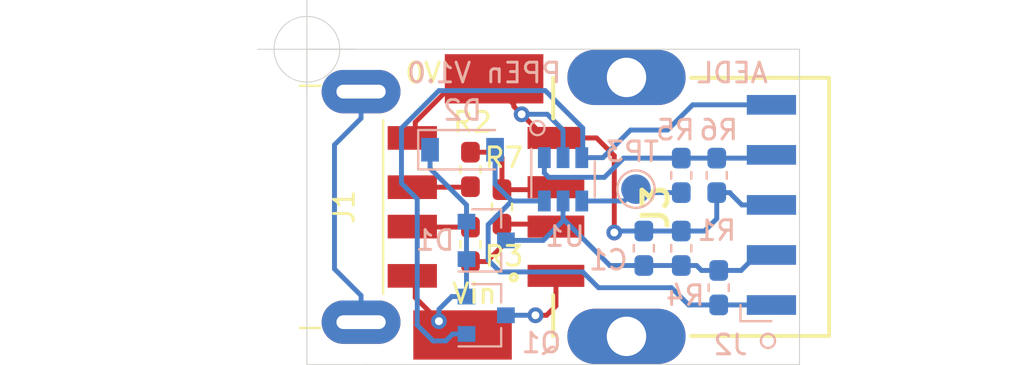
<source format=kicad_pcb>
(kicad_pcb (version 20171130) (host pcbnew "(5.1.2)-2")

  (general
    (thickness 1.6)
    (drawings 11)
    (tracks 129)
    (zones 0)
    (modules 18)
    (nets 14)
  )

  (page A4)
  (layers
    (0 F.Cu signal)
    (31 B.Cu signal)
    (32 B.Adhes user hide)
    (33 F.Adhes user hide)
    (34 B.Paste user)
    (35 F.Paste user)
    (36 B.SilkS user)
    (37 F.SilkS user)
    (38 B.Mask user)
    (39 F.Mask user)
    (40 Dwgs.User user hide)
    (41 Cmts.User user hide)
    (42 Eco1.User user)
    (43 Eco2.User user)
    (44 Edge.Cuts user)
    (45 Margin user)
    (46 B.CrtYd user)
    (47 F.CrtYd user)
    (48 B.Fab user)
    (49 F.Fab user)
  )

  (setup
    (last_trace_width 0.25)
    (trace_clearance 0.2)
    (zone_clearance 0.508)
    (zone_45_only no)
    (trace_min 0.2)
    (via_size 0.8)
    (via_drill 0.4)
    (via_min_size 0.4)
    (via_min_drill 0.3)
    (uvia_size 0.3)
    (uvia_drill 0.1)
    (uvias_allowed no)
    (uvia_min_size 0.2)
    (uvia_min_drill 0.1)
    (edge_width 0.05)
    (segment_width 0.2)
    (pcb_text_width 0.3)
    (pcb_text_size 1.5 1.5)
    (mod_edge_width 0.12)
    (mod_text_size 1 1)
    (mod_text_width 0.15)
    (pad_size 1.8 5)
    (pad_drill 0)
    (pad_to_mask_clearance 0.051)
    (solder_mask_min_width 0.25)
    (aux_axis_origin 50 30)
    (grid_origin 50 30)
    (visible_elements 7FFDFE7F)
    (pcbplotparams
      (layerselection 0x010f0_ffffffff)
      (usegerberextensions false)
      (usegerberattributes false)
      (usegerberadvancedattributes false)
      (creategerberjobfile false)
      (excludeedgelayer false)
      (linewidth 0.100000)
      (plotframeref false)
      (viasonmask false)
      (mode 1)
      (useauxorigin false)
      (hpglpennumber 1)
      (hpglpenspeed 20)
      (hpglpendiameter 15.000000)
      (psnegative false)
      (psa4output false)
      (plotreference true)
      (plotvalue true)
      (plotinvisibletext false)
      (padsonsilk false)
      (subtractmaskfromsilk false)
      (outputformat 1)
      (mirror false)
      (drillshape 0)
      (scaleselection 1)
      (outputdirectory "gerbers/"))
  )

  (net 0 "")
  (net 1 /VCC)
  (net 2 GND)
  (net 3 /MCLR)
  (net 4 "Net-(J1-Pad2)")
  (net 5 "Net-(J1-Pad3)")
  (net 6 "Net-(J1-Pad5)")
  (net 7 /AN0)
  (net 8 /ICSPCLK)
  (net 9 "Net-(J3-Pad2)")
  (net 10 "Net-(J3-Pad3)")
  (net 11 /DEBUG)
  (net 12 /Vin)
  (net 13 /Vout)

  (net_class Default "This is the default net class."
    (clearance 0.2)
    (trace_width 0.25)
    (via_dia 0.8)
    (via_drill 0.4)
    (uvia_dia 0.3)
    (uvia_drill 0.1)
    (add_net /AN0)
    (add_net /DEBUG)
    (add_net /ICSPCLK)
    (add_net /MCLR)
    (add_net /VCC)
    (add_net /Vin)
    (add_net /Vout)
    (add_net GND)
    (add_net "Net-(J1-Pad2)")
    (add_net "Net-(J1-Pad3)")
    (add_net "Net-(J1-Pad5)")
    (add_net "Net-(J3-Pad2)")
    (add_net "Net-(J3-Pad3)")
  )

  (module KiCad:2410_06 locked (layer F.Cu) (tedit 5D64D0E3) (tstamp 5D406C2E)
    (at 76.5 38 90)
    (descr "2410 06")
    (tags Connector)
    (path /5D39450B)
    (fp_text reference J3 (at 0 -8.8 90) (layer F.SilkS)
      (effects (font (size 1.27 1.27) (thickness 0.254)))
    )
    (fp_text value 2410_06 (at -0.571 -10.544 90) (layer F.SilkS) hide
      (effects (font (size 1.27 1.27) (thickness 0.254)))
    )
    (fp_circle (center -3.582 -16) (end -3.582 -15.939) (layer F.SilkS) (width 0.2))
    (fp_line (start 6.55 -14) (end 4.487 -14) (layer F.SilkS) (width 0.2))
    (fp_line (start -6.55 -14) (end -4.487 -14) (layer F.SilkS) (width 0.2))
    (fp_line (start 6.55 0) (end 6.55 -7) (layer F.SilkS) (width 0.2))
    (fp_line (start -6.55 0) (end 6.55 0) (layer F.SilkS) (width 0.2))
    (fp_line (start -6.55 -7) (end -6.55 0) (layer F.SilkS) (width 0.2))
    (fp_line (start -6.55 0) (end -6.55 -14) (layer F.Fab) (width 0.2))
    (fp_line (start 6.55 0) (end -6.55 0) (layer F.Fab) (width 0.2))
    (fp_line (start 6.55 -14) (end 6.55 0) (layer F.Fab) (width 0.2))
    (fp_line (start -6.55 -14) (end 6.55 -14) (layer F.Fab) (width 0.2))
    (fp_text user %R (at -0.4 -2.8 90) (layer F.Fab) hide
      (effects (font (size 1.27 1.27) (thickness 0.254)))
    )
    (pad 6 thru_hole oval (at -6.57 -10.28 90) (size 2.8 6) (drill 2) (layers *.Cu *.Mask))
    (pad 5 thru_hole oval (at 6.57 -10.28 90) (size 2.8 6) (drill 2) (layers *.Cu *.Mask))
    (pad 4 smd rect (at 3.5 -13.86 90) (size 1.12 2.88) (layers F.Cu F.Paste F.Mask)
      (net 2 GND))
    (pad 3 smd rect (at 1 -13.86 90) (size 1.12 2.88) (layers F.Cu F.Paste F.Mask)
      (net 10 "Net-(J3-Pad3)"))
    (pad 2 smd rect (at -1 -13.86 90) (size 1.12 2.88) (layers F.Cu F.Paste F.Mask)
      (net 9 "Net-(J3-Pad2)"))
    (pad 1 smd rect (at -3.5 -13.86 90) (size 1.12 2.88) (layers F.Cu F.Paste F.Mask)
      (net 13 /Vout))
  )

  (module KiCad:USB_A_Molex_48037_2200 locked (layer F.Cu) (tedit 5D64CDBB) (tstamp 5D40784E)
    (at 45.85 38 180)
    (descr http://cnctech.us/pdfs/1001-011-01101.pdf)
    (tags USB-A)
    (path /5D407111)
    (attr smd)
    (fp_text reference J1 (at -6.05 0 90) (layer F.SilkS)
      (effects (font (size 1 1) (thickness 0.15)))
    )
    (fp_text value USB_A (at 0 8 180) (layer F.Fab)
      (effects (font (size 1 1) (thickness 0.15)))
    )
    (fp_line (start -11.4 4.55) (end -9.15 4.55) (layer F.CrtYd) (width 0.05))
    (fp_line (start -9.15 4.55) (end -9.15 7.15) (layer F.CrtYd) (width 0.05))
    (fp_line (start -9.15 7.15) (end -4.65 7.15) (layer F.CrtYd) (width 0.05))
    (fp_line (start -4.65 7.15) (end -4.65 6.52) (layer F.CrtYd) (width 0.05))
    (fp_line (start -4.65 6.52) (end 11.4 6.52) (layer F.CrtYd) (width 0.05))
    (fp_text user %R (at -6.05 0 90) (layer F.Fab)
      (effects (font (size 1 1) (thickness 0.15)))
    )
    (fp_line (start 11.4 6.52) (end 11.4 -6.52) (layer F.CrtYd) (width 0.05))
    (fp_line (start -4.65 -6.52) (end 11.4 -6.52) (layer F.CrtYd) (width 0.05))
    (fp_line (start -4.65 -6.52) (end -4.65 -7.15) (layer F.CrtYd) (width 0.05))
    (fp_line (start -9.15 -7.15) (end -4.65 -7.15) (layer F.CrtYd) (width 0.05))
    (fp_line (start -9.15 -7.15) (end -9.15 -4.55) (layer F.CrtYd) (width 0.05))
    (fp_line (start -11.4 -4.55) (end -9.15 -4.55) (layer F.CrtYd) (width 0.05))
    (fp_line (start -11.4 4.55) (end -11.4 -4.55) (layer F.CrtYd) (width 0.05))
    (fp_line (start -4.85 6.145) (end -3.8 6.145) (layer F.SilkS) (width 0.12))
    (fp_line (start -4.85 -6.145) (end -3.8 -6.145) (layer F.SilkS) (width 0.12))
    (fp_text user "PCB Edge" (at -4.55 -0.05 90) (layer Dwgs.User)
      (effects (font (size 0.6 0.6) (thickness 0.09)))
    )
    (fp_line (start -3.8 6.025) (end -3.8 -6.025) (layer Dwgs.User) (width 0.1))
    (fp_line (start -8.02 -4.4) (end -8.02 4.4) (layer F.SilkS) (width 0.12))
    (fp_circle (center -6.9 2.3) (end -6.9 2.8) (layer F.Fab) (width 0.1))
    (fp_circle (center -6.9 -2.3) (end -6.9 -2.8) (layer F.Fab) (width 0.1))
    (fp_line (start -10.4 -3.25) (end -7.9 -3.25) (layer F.Fab) (width 0.1))
    (fp_line (start -10.4 -3.25) (end -10.4 -3.75) (layer F.Fab) (width 0.1))
    (fp_line (start -10.4 -3.75) (end -7.9 -3.75) (layer F.Fab) (width 0.1))
    (fp_line (start -10.4 -1.25) (end -7.9 -1.25) (layer F.Fab) (width 0.1))
    (fp_line (start -10.4 -0.75) (end -7.9 -0.75) (layer F.Fab) (width 0.1))
    (fp_line (start -10.4 -0.75) (end -10.4 -1.25) (layer F.Fab) (width 0.1))
    (fp_line (start -10.4 1.25) (end -7.9 1.25) (layer F.Fab) (width 0.1))
    (fp_line (start -10.4 1.25) (end -10.4 0.75) (layer F.Fab) (width 0.1))
    (fp_line (start -10.4 0.75) (end -7.9 0.75) (layer F.Fab) (width 0.1))
    (fp_line (start -10.4 3.75) (end -7.9 3.75) (layer F.Fab) (width 0.1))
    (fp_line (start -10.4 3.25) (end -7.9 3.25) (layer F.Fab) (width 0.1))
    (fp_line (start -10.4 3.75) (end -10.4 3.25) (layer F.Fab) (width 0.1))
    (fp_line (start 10.9 6.025) (end 10.9 -6.025) (layer F.Fab) (width 0.1))
    (fp_line (start -7.9 6.025) (end 10.9 6.025) (layer F.Fab) (width 0.1))
    (fp_line (start -7.9 -6.025) (end 10.9 -6.025) (layer F.Fab) (width 0.1))
    (fp_line (start -7.9 6.025) (end -7.9 -6.025) (layer F.Fab) (width 0.1))
    (pad "" np_thru_hole circle (at -6.9 2.25 180) (size 1.1 1.1) (drill 1.1) (layers *.Cu *.Mask))
    (pad "" np_thru_hole circle (at -6.9 -2.25 180) (size 1.1 1.1) (drill 1.1) (layers *.Cu *.Mask))
    (pad 5 thru_hole oval (at -6.9 5.85 180) (size 4 2.2) (drill oval 2.5 0.7) (layers *.Cu *.Mask)
      (net 6 "Net-(J1-Pad5)"))
    (pad 5 thru_hole oval (at -6.9 -5.85 180) (size 4 2.2) (drill oval 2.5 0.7) (layers *.Cu *.Mask)
      (net 6 "Net-(J1-Pad5)"))
    (pad 4 smd rect (at -9.5 3.5 180) (size 2.5 1.2) (layers F.Cu F.Paste F.Mask)
      (net 2 GND))
    (pad 1 smd rect (at -9.5 -3.5 180) (size 2.5 1.2) (layers F.Cu F.Paste F.Mask)
      (net 12 /Vin))
    (pad 3 smd rect (at -9.5 1 180) (size 2.5 1.2) (layers F.Cu F.Paste F.Mask)
      (net 5 "Net-(J1-Pad3)"))
    (pad 2 smd rect (at -9.5 -1 180) (size 2.5 1.2) (layers F.Cu F.Paste F.Mask)
      (net 4 "Net-(J1-Pad2)"))
    (model ${KISYS3DMOD}/Connector_USB.3dshapes/USB_A_CNCTech_1001-011-01101_Horizontal.wrl
      (at (xyz 0 0 0))
      (scale (xyz 1 1 1))
      (rotate (xyz 0 0 0))
    )
  )

  (module KiCad:SolderWirePad_1x01_SMD_1.5x5mm (layer F.Cu) (tedit 5D48ABA2) (tstamp 5D432AF0)
    (at 59.5 31.5 90)
    (descr "Wire Pad, Square, SMD Pad,  5mm x 10mm,")
    (tags "MesurementPoint Square SMDPad 5mmx10mm ")
    (path /5D4756FA)
    (attr virtual)
    (fp_text reference 0V (at 0.3 -3.6) (layer F.SilkS)
      (effects (font (size 1 1) (thickness 0.15)))
    )
    (fp_text value 0V_in (at 0 6.35 90) (layer F.Fab)
      (effects (font (size 1 1) (thickness 0.15)))
    )
    (fp_text user %R (at 0 -0.1 90) (layer F.Fab) hide
      (effects (font (size 1 1) (thickness 0.15)))
    )
    (pad 1 smd rect (at 0 0 90) (size 2.5 5) (layers F.Cu F.Paste F.Mask)
      (net 2 GND))
  )

  (module KiCad:SolderWirePad_1x01_SMD_1.5x5mm (layer F.Cu) (tedit 5D48A6F9) (tstamp 5D432EC0)
    (at 57.9 44.5 270)
    (descr "Wire Pad, Square, SMD Pad,  5mm x 10mm,")
    (tags "MesurementPoint Square SMDPad 5mmx10mm ")
    (path /5D427293)
    (attr virtual)
    (fp_text reference Vin (at -2.1 -0.6 180) (layer F.SilkS)
      (effects (font (size 1 1) (thickness 0.15)))
    )
    (fp_text value Vin (at 0 6.35 90) (layer F.Fab)
      (effects (font (size 1 1) (thickness 0.15)))
    )
    (fp_text user TP2 (at -0.4 4.1 90) (layer F.Fab) hide
      (effects (font (size 1 1) (thickness 0.15)))
    )
    (pad 1 smd rect (at 0 0 270) (size 2.5 5) (layers F.Cu F.Paste F.Mask)
      (net 12 /Vin))
  )

  (module Connector_Harwin:Harwin_M20-89005xx_1x05_P2.54mm_Horizontal locked (layer B.Cu) (tedit 5D405516) (tstamp 5D406C19)
    (at 79.1 37.9)
    (descr "Harwin Male Horizontal Surface Mount Single Row 2.54mm (0.1 inch) Pitch PCB Connector, M20-89005xx, 5 Pins per row (https://cdn.harwin.com/pdfs/M20-890.pdf), generated with kicad-footprint-generator")
    (tags "connector Harwin M20-890 horizontal")
    (path /5D407A3A)
    (attr smd)
    (fp_text reference J2 (at -7.6 7.1 180) (layer B.SilkS)
      (effects (font (size 1 1) (thickness 0.15)) (justify mirror))
    )
    (fp_text value "ICSP interface" (at -5.4 0 270) (layer B.Fab)
      (effects (font (size 1 1) (thickness 0.15)) (justify mirror))
    )
    (fp_line (start -6.425 5.4) (end -6.425 4.76) (layer B.Fab) (width 0.1))
    (fp_line (start -6.425 2.86) (end -6.425 2.22) (layer B.Fab) (width 0.1))
    (fp_line (start -6.425 0.32) (end -6.425 -0.32) (layer B.Fab) (width 0.1))
    (fp_line (start -6.425 -2.22) (end -6.425 -2.86) (layer B.Fab) (width 0.1))
    (fp_line (start -6.425 -4.76) (end -6.425 -5.4) (layer B.Fab) (width 0.1))
    (fp_line (start -7.095 5.08) (end -7.095 5.9) (layer B.SilkS) (width 0.12))
    (fp_line (start -7.095 5.9) (end -5.525 5.9) (layer B.SilkS) (width 0.12))
    (fp_line (start -7.28 6.85) (end 7.28 6.85) (layer B.CrtYd) (width 0.05))
    (fp_line (start 7.28 6.85) (end 7.28 -6.85) (layer B.CrtYd) (width 0.05))
    (fp_line (start 7.28 -6.85) (end -7.28 -6.85) (layer B.CrtYd) (width 0.05))
    (fp_line (start -7.28 -6.85) (end -7.28 6.85) (layer B.CrtYd) (width 0.05))
    (fp_text user %R (at -0.48 0 90) (layer B.Fab) hide
      (effects (font (size 1 1) (thickness 0.15)) (justify mirror))
    )
    (pad 1 smd rect (at -5.525 5.08) (size 2.5 1) (layers B.Cu B.Paste B.Mask)
      (net 3 /MCLR))
    (pad 2 smd rect (at -5.525 2.54) (size 2.5 1) (layers B.Cu B.Paste B.Mask)
      (net 1 /VCC))
    (pad 3 smd rect (at -5.525 0) (size 2.5 1) (layers B.Cu B.Paste B.Mask)
      (net 2 GND))
    (pad 4 smd rect (at -5.525 -2.54) (size 2.5 1) (layers B.Cu B.Paste B.Mask)
      (net 7 /AN0))
    (pad 5 smd rect (at -5.525 -5.08) (size 2.5 1) (layers B.Cu B.Paste B.Mask)
      (net 8 /ICSPCLK))
    (model ${KISYS3DMOD}/Connector_Harwin.3dshapes/Harwin_M20-89005xx_1x05_P2.54mm_Horizontal.wrl
      (at (xyz 0 0 0))
      (scale (xyz 1 1 1))
      (rotate (xyz 0 0 0))
    )
  )

  (module Capacitor_SMD:C_0603_1608Metric_Pad1.05x0.95mm_HandSolder (layer B.Cu) (tedit 5B301BBE) (tstamp 5D406B6A)
    (at 67.1 40.1 90)
    (descr "Capacitor SMD 0603 (1608 Metric), square (rectangular) end terminal, IPC_7351 nominal with elongated pad for handsoldering. (Body size source: http://www.tortai-tech.com/upload/download/2011102023233369053.pdf), generated with kicad-footprint-generator")
    (tags "capacitor handsolder")
    (path /5D235C63)
    (attr smd)
    (fp_text reference C1 (at -0.6 -1.8 180) (layer B.SilkS)
      (effects (font (size 1 1) (thickness 0.15)) (justify mirror))
    )
    (fp_text value "1uF 10V" (at 0 -1.43 90) (layer B.Fab)
      (effects (font (size 1 1) (thickness 0.15)) (justify mirror))
    )
    (fp_line (start -0.8 -0.4) (end -0.8 0.4) (layer B.Fab) (width 0.1))
    (fp_line (start -0.8 0.4) (end 0.8 0.4) (layer B.Fab) (width 0.1))
    (fp_line (start 0.8 0.4) (end 0.8 -0.4) (layer B.Fab) (width 0.1))
    (fp_line (start 0.8 -0.4) (end -0.8 -0.4) (layer B.Fab) (width 0.1))
    (fp_line (start -0.171267 0.51) (end 0.171267 0.51) (layer B.SilkS) (width 0.12))
    (fp_line (start -0.171267 -0.51) (end 0.171267 -0.51) (layer B.SilkS) (width 0.12))
    (fp_line (start -1.65 -0.73) (end -1.65 0.73) (layer B.CrtYd) (width 0.05))
    (fp_line (start -1.65 0.73) (end 1.65 0.73) (layer B.CrtYd) (width 0.05))
    (fp_line (start 1.65 0.73) (end 1.65 -0.73) (layer B.CrtYd) (width 0.05))
    (fp_line (start 1.65 -0.73) (end -1.65 -0.73) (layer B.CrtYd) (width 0.05))
    (fp_text user %R (at 0 0 90) (layer B.Fab)
      (effects (font (size 0.4 0.4) (thickness 0.06)) (justify mirror))
    )
    (pad 1 smd roundrect (at -0.875 0 90) (size 1.05 0.95) (layers B.Cu B.Paste B.Mask) (roundrect_rratio 0.25)
      (net 1 /VCC))
    (pad 2 smd roundrect (at 0.875 0 90) (size 1.05 0.95) (layers B.Cu B.Paste B.Mask) (roundrect_rratio 0.25)
      (net 2 GND))
    (model ${KISYS3DMOD}/Capacitor_SMD.3dshapes/C_0603_1608Metric.wrl
      (at (xyz 0 0 0))
      (scale (xyz 1 1 1))
      (rotate (xyz 0 0 0))
    )
  )

  (module Diode_SMD:D_SOD-123 placed (layer B.Cu) (tedit 58645DC7) (tstamp 5D406B98)
    (at 57.9 35.1)
    (descr SOD-123)
    (tags SOD-123)
    (path /5D3FCB03)
    (attr smd)
    (fp_text reference D2 (at 0 -2) (layer B.SilkS)
      (effects (font (size 1 1) (thickness 0.15)) (justify mirror))
    )
    (fp_text value 1N4148 (at 0 -2.1) (layer B.Fab)
      (effects (font (size 1 1) (thickness 0.15)) (justify mirror))
    )
    (fp_line (start -2.25 1) (end -2.25 -1) (layer B.SilkS) (width 0.12))
    (fp_line (start 0.25 0) (end 0.75 0) (layer B.Fab) (width 0.1))
    (fp_line (start 0.25 -0.4) (end -0.35 0) (layer B.Fab) (width 0.1))
    (fp_line (start 0.25 0.4) (end 0.25 -0.4) (layer B.Fab) (width 0.1))
    (fp_line (start -0.35 0) (end 0.25 0.4) (layer B.Fab) (width 0.1))
    (fp_line (start -0.35 0) (end -0.35 -0.55) (layer B.Fab) (width 0.1))
    (fp_line (start -0.35 0) (end -0.35 0.55) (layer B.Fab) (width 0.1))
    (fp_line (start -0.75 0) (end -0.35 0) (layer B.Fab) (width 0.1))
    (fp_line (start -1.4 -0.9) (end -1.4 0.9) (layer B.Fab) (width 0.1))
    (fp_line (start 1.4 -0.9) (end -1.4 -0.9) (layer B.Fab) (width 0.1))
    (fp_line (start 1.4 0.9) (end 1.4 -0.9) (layer B.Fab) (width 0.1))
    (fp_line (start -1.4 0.9) (end 1.4 0.9) (layer B.Fab) (width 0.1))
    (fp_line (start -2.35 1.15) (end 2.35 1.15) (layer B.CrtYd) (width 0.05))
    (fp_line (start 2.35 1.15) (end 2.35 -1.15) (layer B.CrtYd) (width 0.05))
    (fp_line (start 2.35 -1.15) (end -2.35 -1.15) (layer B.CrtYd) (width 0.05))
    (fp_line (start -2.35 1.15) (end -2.35 -1.15) (layer B.CrtYd) (width 0.05))
    (fp_line (start -2.25 -1) (end 1.65 -1) (layer B.SilkS) (width 0.12))
    (fp_line (start -2.25 1) (end 1.65 1) (layer B.SilkS) (width 0.12))
    (pad 1 smd rect (at -1.65 0) (size 0.9 1.2) (layers B.Cu B.Paste B.Mask)
      (net 12 /Vin))
    (pad 2 smd rect (at 1.65 0) (size 0.9 1.2) (layers B.Cu B.Paste B.Mask)
      (net 3 /MCLR))
    (model ${KISYS3DMOD}/Diode_SMD.3dshapes/D_SOD-123.wrl
      (at (xyz 0 0 0))
      (scale (xyz 1 1 1))
      (rotate (xyz 0 0 0))
    )
  )

  (module Package_TO_SOT_SMD:SOT-23 (layer B.Cu) (tedit 5A02FF57) (tstamp 5D4075F9)
    (at 59.1 43.5)
    (descr "SOT-23, Standard")
    (tags SOT-23)
    (path /5D231FFA)
    (attr smd)
    (fp_text reference Q1 (at 2.8 1.4 180) (layer B.SilkS)
      (effects (font (size 1 1) (thickness 0.15)) (justify mirror))
    )
    (fp_text value FDN340P (at 0 -2.5 180) (layer B.Fab)
      (effects (font (size 1 1) (thickness 0.15)) (justify mirror))
    )
    (fp_text user %R (at 0 0 90) (layer B.Fab)
      (effects (font (size 0.5 0.5) (thickness 0.075)) (justify mirror))
    )
    (fp_line (start -0.7 0.95) (end -0.7 -1.5) (layer B.Fab) (width 0.1))
    (fp_line (start -0.15 1.52) (end 0.7 1.52) (layer B.Fab) (width 0.1))
    (fp_line (start -0.7 0.95) (end -0.15 1.52) (layer B.Fab) (width 0.1))
    (fp_line (start 0.7 1.52) (end 0.7 -1.52) (layer B.Fab) (width 0.1))
    (fp_line (start -0.7 -1.52) (end 0.7 -1.52) (layer B.Fab) (width 0.1))
    (fp_line (start 0.76 -1.58) (end 0.76 -0.65) (layer B.SilkS) (width 0.12))
    (fp_line (start 0.76 1.58) (end 0.76 0.65) (layer B.SilkS) (width 0.12))
    (fp_line (start -1.7 1.75) (end 1.7 1.75) (layer B.CrtYd) (width 0.05))
    (fp_line (start 1.7 1.75) (end 1.7 -1.75) (layer B.CrtYd) (width 0.05))
    (fp_line (start 1.7 -1.75) (end -1.7 -1.75) (layer B.CrtYd) (width 0.05))
    (fp_line (start -1.7 -1.75) (end -1.7 1.75) (layer B.CrtYd) (width 0.05))
    (fp_line (start 0.76 1.58) (end -1.4 1.58) (layer B.SilkS) (width 0.12))
    (fp_line (start 0.76 -1.58) (end -0.7 -1.58) (layer B.SilkS) (width 0.12))
    (pad 1 smd rect (at -1 0.95) (size 0.9 0.8) (layers B.Cu B.Paste B.Mask)
      (net 8 /ICSPCLK))
    (pad 2 smd rect (at -1 -0.95) (size 0.9 0.8) (layers B.Cu B.Paste B.Mask)
      (net 12 /Vin))
    (pad 3 smd rect (at 1 0) (size 0.9 0.8) (layers B.Cu B.Paste B.Mask)
      (net 13 /Vout))
    (model ${KISYS3DMOD}/Package_TO_SOT_SMD.3dshapes/SOT-23.wrl
      (at (xyz 0 0 0))
      (scale (xyz 1 1 1))
      (rotate (xyz 0 0 0))
    )
  )

  (module Resistor_SMD:R_0603_1608Metric_Pad1.05x0.95mm_HandSolder placed (layer B.Cu) (tedit 5B301BBD) (tstamp 5D406C54)
    (at 69 40.1 90)
    (descr "Resistor SMD 0603 (1608 Metric), square (rectangular) end terminal, IPC_7351 nominal with elongated pad for handsoldering. (Body size source: http://www.tortai-tech.com/upload/download/2011102023233369053.pdf), generated with kicad-footprint-generator")
    (tags "resistor handsolder")
    (path /5D3FA22E)
    (attr smd)
    (fp_text reference R1 (at 0.9 1.8 180) (layer B.SilkS)
      (effects (font (size 1 1) (thickness 0.15)) (justify mirror))
    )
    (fp_text value 4M7 (at 0 -1.43 90) (layer B.Fab)
      (effects (font (size 1 1) (thickness 0.15)) (justify mirror))
    )
    (fp_line (start -0.8 -0.4) (end -0.8 0.4) (layer B.Fab) (width 0.1))
    (fp_line (start -0.8 0.4) (end 0.8 0.4) (layer B.Fab) (width 0.1))
    (fp_line (start 0.8 0.4) (end 0.8 -0.4) (layer B.Fab) (width 0.1))
    (fp_line (start 0.8 -0.4) (end -0.8 -0.4) (layer B.Fab) (width 0.1))
    (fp_line (start -0.171267 0.51) (end 0.171267 0.51) (layer B.SilkS) (width 0.12))
    (fp_line (start -0.171267 -0.51) (end 0.171267 -0.51) (layer B.SilkS) (width 0.12))
    (fp_line (start -1.65 -0.73) (end -1.65 0.73) (layer B.CrtYd) (width 0.05))
    (fp_line (start -1.65 0.73) (end 1.65 0.73) (layer B.CrtYd) (width 0.05))
    (fp_line (start 1.65 0.73) (end 1.65 -0.73) (layer B.CrtYd) (width 0.05))
    (fp_line (start 1.65 -0.73) (end -1.65 -0.73) (layer B.CrtYd) (width 0.05))
    (fp_text user %R (at 0 0 90) (layer B.Fab)
      (effects (font (size 0.4 0.4) (thickness 0.06)) (justify mirror))
    )
    (pad 1 smd roundrect (at -0.875 0 90) (size 1.05 0.95) (layers B.Cu B.Paste B.Mask) (roundrect_rratio 0.25)
      (net 1 /VCC))
    (pad 2 smd roundrect (at 0.875 0 90) (size 1.05 0.95) (layers B.Cu B.Paste B.Mask) (roundrect_rratio 0.25)
      (net 2 GND))
    (model ${KISYS3DMOD}/Resistor_SMD.3dshapes/R_0603_1608Metric.wrl
      (at (xyz 0 0 0))
      (scale (xyz 1 1 1))
      (rotate (xyz 0 0 0))
    )
  )

  (module Resistor_SMD:R_0603_1608Metric_Pad1.05x0.95mm_HandSolder (layer F.Cu) (tedit 5B301BBD) (tstamp 5D406C65)
    (at 58.3 36.1 270)
    (descr "Resistor SMD 0603 (1608 Metric), square (rectangular) end terminal, IPC_7351 nominal with elongated pad for handsoldering. (Body size source: http://www.tortai-tech.com/upload/download/2011102023233369053.pdf), generated with kicad-footprint-generator")
    (tags "resistor handsolder")
    (path /5D42C820)
    (attr smd)
    (fp_text reference R2 (at -2.4 -0.1) (layer F.SilkS)
      (effects (font (size 1 1) (thickness 0.15)))
    )
    (fp_text value "0 NF" (at 0 1.43 90) (layer F.Fab)
      (effects (font (size 1 1) (thickness 0.15)))
    )
    (fp_text user %R (at 0 0 90) (layer F.Fab)
      (effects (font (size 0.4 0.4) (thickness 0.06)))
    )
    (fp_line (start 1.65 0.73) (end -1.65 0.73) (layer F.CrtYd) (width 0.05))
    (fp_line (start 1.65 -0.73) (end 1.65 0.73) (layer F.CrtYd) (width 0.05))
    (fp_line (start -1.65 -0.73) (end 1.65 -0.73) (layer F.CrtYd) (width 0.05))
    (fp_line (start -1.65 0.73) (end -1.65 -0.73) (layer F.CrtYd) (width 0.05))
    (fp_line (start -0.171267 0.51) (end 0.171267 0.51) (layer F.SilkS) (width 0.12))
    (fp_line (start -0.171267 -0.51) (end 0.171267 -0.51) (layer F.SilkS) (width 0.12))
    (fp_line (start 0.8 0.4) (end -0.8 0.4) (layer F.Fab) (width 0.1))
    (fp_line (start 0.8 -0.4) (end 0.8 0.4) (layer F.Fab) (width 0.1))
    (fp_line (start -0.8 -0.4) (end 0.8 -0.4) (layer F.Fab) (width 0.1))
    (fp_line (start -0.8 0.4) (end -0.8 -0.4) (layer F.Fab) (width 0.1))
    (pad 2 smd roundrect (at 0.875 0 270) (size 1.05 0.95) (layers F.Cu F.Paste F.Mask) (roundrect_rratio 0.25)
      (net 5 "Net-(J1-Pad3)"))
    (pad 1 smd roundrect (at -0.875 0 270) (size 1.05 0.95) (layers F.Cu F.Paste F.Mask) (roundrect_rratio 0.25)
      (net 10 "Net-(J3-Pad3)"))
    (model ${KISYS3DMOD}/Resistor_SMD.3dshapes/R_0603_1608Metric.wrl
      (at (xyz 0 0 0))
      (scale (xyz 1 1 1))
      (rotate (xyz 0 0 0))
    )
  )

  (module Resistor_SMD:R_0603_1608Metric_Pad1.05x0.95mm_HandSolder (layer F.Cu) (tedit 5B301BBD) (tstamp 5D406C76)
    (at 58.3 39.9 90)
    (descr "Resistor SMD 0603 (1608 Metric), square (rectangular) end terminal, IPC_7351 nominal with elongated pad for handsoldering. (Body size source: http://www.tortai-tech.com/upload/download/2011102023233369053.pdf), generated with kicad-footprint-generator")
    (tags "resistor handsolder")
    (path /5D42D19A)
    (attr smd)
    (fp_text reference R3 (at -0.6 1.7 180) (layer F.SilkS)
      (effects (font (size 1 1) (thickness 0.15)))
    )
    (fp_text value "0 NF" (at 0 1.43 90) (layer F.Fab)
      (effects (font (size 1 1) (thickness 0.15)))
    )
    (fp_line (start -0.8 0.4) (end -0.8 -0.4) (layer F.Fab) (width 0.1))
    (fp_line (start -0.8 -0.4) (end 0.8 -0.4) (layer F.Fab) (width 0.1))
    (fp_line (start 0.8 -0.4) (end 0.8 0.4) (layer F.Fab) (width 0.1))
    (fp_line (start 0.8 0.4) (end -0.8 0.4) (layer F.Fab) (width 0.1))
    (fp_line (start -0.171267 -0.51) (end 0.171267 -0.51) (layer F.SilkS) (width 0.12))
    (fp_line (start -0.171267 0.51) (end 0.171267 0.51) (layer F.SilkS) (width 0.12))
    (fp_line (start -1.65 0.73) (end -1.65 -0.73) (layer F.CrtYd) (width 0.05))
    (fp_line (start -1.65 -0.73) (end 1.65 -0.73) (layer F.CrtYd) (width 0.05))
    (fp_line (start 1.65 -0.73) (end 1.65 0.73) (layer F.CrtYd) (width 0.05))
    (fp_line (start 1.65 0.73) (end -1.65 0.73) (layer F.CrtYd) (width 0.05))
    (fp_text user %R (at 0 0 90) (layer F.Fab)
      (effects (font (size 0.4 0.4) (thickness 0.06)))
    )
    (pad 1 smd roundrect (at -0.875 0 90) (size 1.05 0.95) (layers F.Cu F.Paste F.Mask) (roundrect_rratio 0.25)
      (net 9 "Net-(J3-Pad2)"))
    (pad 2 smd roundrect (at 0.875 0 90) (size 1.05 0.95) (layers F.Cu F.Paste F.Mask) (roundrect_rratio 0.25)
      (net 4 "Net-(J1-Pad2)"))
    (model ${KISYS3DMOD}/Resistor_SMD.3dshapes/R_0603_1608Metric.wrl
      (at (xyz 0 0 0))
      (scale (xyz 1 1 1))
      (rotate (xyz 0 0 0))
    )
  )

  (module Resistor_SMD:R_0603_1608Metric_Pad1.05x0.95mm_HandSolder placed (layer B.Cu) (tedit 5B301BBD) (tstamp 5D6511D9)
    (at 70.9 42.1 90)
    (descr "Resistor SMD 0603 (1608 Metric), square (rectangular) end terminal, IPC_7351 nominal with elongated pad for handsoldering. (Body size source: http://www.tortai-tech.com/upload/download/2011102023233369053.pdf), generated with kicad-footprint-generator")
    (tags "resistor handsolder")
    (path /5D2487DF)
    (attr smd)
    (fp_text reference R4 (at -0.4 -1.7 180) (layer B.SilkS)
      (effects (font (size 1 1) (thickness 0.15)) (justify mirror))
    )
    (fp_text value "10K NF" (at 0 -1.43 90) (layer B.Fab)
      (effects (font (size 1 1) (thickness 0.15)) (justify mirror))
    )
    (fp_text user %R (at 0 0 90) (layer B.Fab)
      (effects (font (size 0.4 0.4) (thickness 0.06)) (justify mirror))
    )
    (fp_line (start 1.65 -0.73) (end -1.65 -0.73) (layer B.CrtYd) (width 0.05))
    (fp_line (start 1.65 0.73) (end 1.65 -0.73) (layer B.CrtYd) (width 0.05))
    (fp_line (start -1.65 0.73) (end 1.65 0.73) (layer B.CrtYd) (width 0.05))
    (fp_line (start -1.65 -0.73) (end -1.65 0.73) (layer B.CrtYd) (width 0.05))
    (fp_line (start -0.171267 -0.51) (end 0.171267 -0.51) (layer B.SilkS) (width 0.12))
    (fp_line (start -0.171267 0.51) (end 0.171267 0.51) (layer B.SilkS) (width 0.12))
    (fp_line (start 0.8 -0.4) (end -0.8 -0.4) (layer B.Fab) (width 0.1))
    (fp_line (start 0.8 0.4) (end 0.8 -0.4) (layer B.Fab) (width 0.1))
    (fp_line (start -0.8 0.4) (end 0.8 0.4) (layer B.Fab) (width 0.1))
    (fp_line (start -0.8 -0.4) (end -0.8 0.4) (layer B.Fab) (width 0.1))
    (pad 2 smd roundrect (at 0.875 0 90) (size 1.05 0.95) (layers B.Cu B.Paste B.Mask) (roundrect_rratio 0.25)
      (net 1 /VCC))
    (pad 1 smd roundrect (at -0.875 0 90) (size 1.05 0.95) (layers B.Cu B.Paste B.Mask) (roundrect_rratio 0.25)
      (net 3 /MCLR))
    (model ${KISYS3DMOD}/Resistor_SMD.3dshapes/R_0603_1608Metric.wrl
      (at (xyz 0 0 0))
      (scale (xyz 1 1 1))
      (rotate (xyz 0 0 0))
    )
  )

  (module Resistor_SMD:R_0603_1608Metric_Pad1.05x0.95mm_HandSolder (layer B.Cu) (tedit 5B301BBD) (tstamp 5D406C98)
    (at 69 36.4 90)
    (descr "Resistor SMD 0603 (1608 Metric), square (rectangular) end terminal, IPC_7351 nominal with elongated pad for handsoldering. (Body size source: http://www.tortai-tech.com/upload/download/2011102023233369053.pdf), generated with kicad-footprint-generator")
    (tags "resistor handsolder")
    (path /5D3F9BD7)
    (attr smd)
    (fp_text reference R5 (at 2.3 -0.3 180) (layer B.SilkS)
      (effects (font (size 1 1) (thickness 0.15)) (justify mirror))
    )
    (fp_text value "10K NF" (at 0 -1.43 90) (layer B.Fab)
      (effects (font (size 1 1) (thickness 0.15)) (justify mirror))
    )
    (fp_text user %R (at 0 0 90) (layer B.Fab)
      (effects (font (size 0.4 0.4) (thickness 0.06)) (justify mirror))
    )
    (fp_line (start 1.65 -0.73) (end -1.65 -0.73) (layer B.CrtYd) (width 0.05))
    (fp_line (start 1.65 0.73) (end 1.65 -0.73) (layer B.CrtYd) (width 0.05))
    (fp_line (start -1.65 0.73) (end 1.65 0.73) (layer B.CrtYd) (width 0.05))
    (fp_line (start -1.65 -0.73) (end -1.65 0.73) (layer B.CrtYd) (width 0.05))
    (fp_line (start -0.171267 -0.51) (end 0.171267 -0.51) (layer B.SilkS) (width 0.12))
    (fp_line (start -0.171267 0.51) (end 0.171267 0.51) (layer B.SilkS) (width 0.12))
    (fp_line (start 0.8 -0.4) (end -0.8 -0.4) (layer B.Fab) (width 0.1))
    (fp_line (start 0.8 0.4) (end 0.8 -0.4) (layer B.Fab) (width 0.1))
    (fp_line (start -0.8 0.4) (end 0.8 0.4) (layer B.Fab) (width 0.1))
    (fp_line (start -0.8 -0.4) (end -0.8 0.4) (layer B.Fab) (width 0.1))
    (pad 2 smd roundrect (at 0.875 0 90) (size 1.05 0.95) (layers B.Cu B.Paste B.Mask) (roundrect_rratio 0.25)
      (net 7 /AN0))
    (pad 1 smd roundrect (at -0.875 0 90) (size 1.05 0.95) (layers B.Cu B.Paste B.Mask) (roundrect_rratio 0.25)
      (net 11 /DEBUG))
    (model ${KISYS3DMOD}/Resistor_SMD.3dshapes/R_0603_1608Metric.wrl
      (at (xyz 0 0 0))
      (scale (xyz 1 1 1))
      (rotate (xyz 0 0 0))
    )
  )

  (module Resistor_SMD:R_0603_1608Metric_Pad1.05x0.95mm_HandSolder (layer B.Cu) (tedit 5B301BBD) (tstamp 5D408EE9)
    (at 70.8 36.4 270)
    (descr "Resistor SMD 0603 (1608 Metric), square (rectangular) end terminal, IPC_7351 nominal with elongated pad for handsoldering. (Body size source: http://www.tortai-tech.com/upload/download/2011102023233369053.pdf), generated with kicad-footprint-generator")
    (tags "resistor handsolder")
    (path /5D3F9A2B)
    (attr smd)
    (fp_text reference R6 (at -2.3 -0.1 180) (layer B.SilkS)
      (effects (font (size 1 1) (thickness 0.15)) (justify mirror))
    )
    (fp_text value 100K (at 0 -1.43 90) (layer B.Fab)
      (effects (font (size 1 1) (thickness 0.15)) (justify mirror))
    )
    (fp_line (start -0.8 -0.4) (end -0.8 0.4) (layer B.Fab) (width 0.1))
    (fp_line (start -0.8 0.4) (end 0.8 0.4) (layer B.Fab) (width 0.1))
    (fp_line (start 0.8 0.4) (end 0.8 -0.4) (layer B.Fab) (width 0.1))
    (fp_line (start 0.8 -0.4) (end -0.8 -0.4) (layer B.Fab) (width 0.1))
    (fp_line (start -0.171267 0.51) (end 0.171267 0.51) (layer B.SilkS) (width 0.12))
    (fp_line (start -0.171267 -0.51) (end 0.171267 -0.51) (layer B.SilkS) (width 0.12))
    (fp_line (start -1.65 -0.73) (end -1.65 0.73) (layer B.CrtYd) (width 0.05))
    (fp_line (start -1.65 0.73) (end 1.65 0.73) (layer B.CrtYd) (width 0.05))
    (fp_line (start 1.65 0.73) (end 1.65 -0.73) (layer B.CrtYd) (width 0.05))
    (fp_line (start 1.65 -0.73) (end -1.65 -0.73) (layer B.CrtYd) (width 0.05))
    (fp_text user %R (at 0 0 90) (layer B.Fab)
      (effects (font (size 0.4 0.4) (thickness 0.06)) (justify mirror))
    )
    (pad 1 smd roundrect (at -0.875 0 270) (size 1.05 0.95) (layers B.Cu B.Paste B.Mask) (roundrect_rratio 0.25)
      (net 7 /AN0))
    (pad 2 smd roundrect (at 0.875 0 270) (size 1.05 0.95) (layers B.Cu B.Paste B.Mask) (roundrect_rratio 0.25)
      (net 2 GND))
    (model ${KISYS3DMOD}/Resistor_SMD.3dshapes/R_0603_1608Metric.wrl
      (at (xyz 0 0 0))
      (scale (xyz 1 1 1))
      (rotate (xyz 0 0 0))
    )
  )

  (module Resistor_SMD:R_0603_1608Metric_Pad1.05x0.95mm_HandSolder (layer F.Cu) (tedit 5B301BBD) (tstamp 5D407C82)
    (at 59.9 38 90)
    (descr "Resistor SMD 0603 (1608 Metric), square (rectangular) end terminal, IPC_7351 nominal with elongated pad for handsoldering. (Body size source: http://www.tortai-tech.com/upload/download/2011102023233369053.pdf), generated with kicad-footprint-generator")
    (tags "resistor handsolder")
    (path /5D42C56A)
    (attr smd)
    (fp_text reference R7 (at 2.5 0.1 180) (layer F.SilkS)
      (effects (font (size 1 1) (thickness 0.15)))
    )
    (fp_text value 200 (at 0 1.43 90) (layer F.Fab)
      (effects (font (size 1 1) (thickness 0.15)))
    )
    (fp_line (start -0.8 0.4) (end -0.8 -0.4) (layer F.Fab) (width 0.1))
    (fp_line (start -0.8 -0.4) (end 0.8 -0.4) (layer F.Fab) (width 0.1))
    (fp_line (start 0.8 -0.4) (end 0.8 0.4) (layer F.Fab) (width 0.1))
    (fp_line (start 0.8 0.4) (end -0.8 0.4) (layer F.Fab) (width 0.1))
    (fp_line (start -0.171267 -0.51) (end 0.171267 -0.51) (layer F.SilkS) (width 0.12))
    (fp_line (start -0.171267 0.51) (end 0.171267 0.51) (layer F.SilkS) (width 0.12))
    (fp_line (start -1.65 0.73) (end -1.65 -0.73) (layer F.CrtYd) (width 0.05))
    (fp_line (start -1.65 -0.73) (end 1.65 -0.73) (layer F.CrtYd) (width 0.05))
    (fp_line (start 1.65 -0.73) (end 1.65 0.73) (layer F.CrtYd) (width 0.05))
    (fp_line (start 1.65 0.73) (end -1.65 0.73) (layer F.CrtYd) (width 0.05))
    (fp_text user %R (at 0 0 90) (layer F.Fab)
      (effects (font (size 0.4 0.4) (thickness 0.06)))
    )
    (pad 1 smd roundrect (at -0.875 0 90) (size 1.05 0.95) (layers F.Cu F.Paste F.Mask) (roundrect_rratio 0.25)
      (net 9 "Net-(J3-Pad2)"))
    (pad 2 smd roundrect (at 0.875 0 90) (size 1.05 0.95) (layers F.Cu F.Paste F.Mask) (roundrect_rratio 0.25)
      (net 10 "Net-(J3-Pad3)"))
    (model ${KISYS3DMOD}/Resistor_SMD.3dshapes/R_0603_1608Metric.wrl
      (at (xyz 0 0 0))
      (scale (xyz 1 1 1))
      (rotate (xyz 0 0 0))
    )
  )

  (module Package_TO_SOT_SMD:SOT-23-6 (layer B.Cu) (tedit 5A02FF57) (tstamp 5D406CD0)
    (at 63 36.6 270)
    (descr "6-pin SOT-23 package")
    (tags SOT-23-6)
    (path /5D40A3CE)
    (attr smd)
    (fp_text reference U1 (at 2.9 -0.1 180) (layer B.SilkS)
      (effects (font (size 1 1) (thickness 0.15)) (justify mirror))
    )
    (fp_text value PIC10F220-IOT (at 0 -2.9 90) (layer B.Fab)
      (effects (font (size 1 1) (thickness 0.15)) (justify mirror))
    )
    (fp_text user %R (at 0.1 0.1 180) (layer B.Fab)
      (effects (font (size 0.5 0.5) (thickness 0.075)) (justify mirror))
    )
    (fp_line (start -0.9 -1.61) (end 0.9 -1.61) (layer B.SilkS) (width 0.12))
    (fp_line (start 0.9 1.61) (end -1.55 1.61) (layer B.SilkS) (width 0.12))
    (fp_line (start 1.9 1.8) (end -1.9 1.8) (layer B.CrtYd) (width 0.05))
    (fp_line (start 1.9 -1.8) (end 1.9 1.8) (layer B.CrtYd) (width 0.05))
    (fp_line (start -1.9 -1.8) (end 1.9 -1.8) (layer B.CrtYd) (width 0.05))
    (fp_line (start -1.9 1.8) (end -1.9 -1.8) (layer B.CrtYd) (width 0.05))
    (fp_line (start -0.9 0.9) (end -0.25 1.55) (layer B.Fab) (width 0.1))
    (fp_line (start 0.9 1.55) (end -0.25 1.55) (layer B.Fab) (width 0.1))
    (fp_line (start -0.9 0.9) (end -0.9 -1.55) (layer B.Fab) (width 0.1))
    (fp_line (start 0.9 -1.55) (end -0.9 -1.55) (layer B.Fab) (width 0.1))
    (fp_line (start 0.9 1.55) (end 0.9 -1.55) (layer B.Fab) (width 0.1))
    (pad 1 smd rect (at -1.1 0.95 270) (size 1.06 0.65) (layers B.Cu B.Paste B.Mask)
      (net 7 /AN0))
    (pad 2 smd rect (at -1.1 0 270) (size 1.06 0.65) (layers B.Cu B.Paste B.Mask)
      (net 2 GND))
    (pad 3 smd rect (at -1.1 -0.95 270) (size 1.06 0.65) (layers B.Cu B.Paste B.Mask)
      (net 8 /ICSPCLK))
    (pad 4 smd rect (at 1.1 -0.95 270) (size 1.06 0.65) (layers B.Cu B.Paste B.Mask)
      (net 11 /DEBUG))
    (pad 6 smd rect (at 1.1 0.95 270) (size 1.06 0.65) (layers B.Cu B.Paste B.Mask)
      (net 3 /MCLR))
    (pad 5 smd rect (at 1.1 0 270) (size 1.06 0.65) (layers B.Cu B.Paste B.Mask)
      (net 1 /VCC))
    (model ${KISYS3DMOD}/Package_TO_SOT_SMD.3dshapes/SOT-23-6.wrl
      (at (xyz 0 0 0))
      (scale (xyz 1 1 1))
      (rotate (xyz 0 0 0))
    )
  )

  (module Package_TO_SOT_SMD:SOT-23 (layer B.Cu) (tedit 5A02FF57) (tstamp 5D40ABBB)
    (at 59.1 39.7)
    (descr "SOT-23, Standard")
    (tags SOT-23)
    (path /5D495B72)
    (attr smd)
    (fp_text reference D1 (at -2.6 0) (layer B.SilkS)
      (effects (font (size 1 1) (thickness 0.15)) (justify mirror))
    )
    (fp_text value BAT54C (at 0 -2.5) (layer B.Fab)
      (effects (font (size 1 1) (thickness 0.15)) (justify mirror))
    )
    (fp_text user %R (at 0 0 -90) (layer B.Fab)
      (effects (font (size 0.5 0.5) (thickness 0.075)) (justify mirror))
    )
    (fp_line (start -0.7 0.95) (end -0.7 -1.5) (layer B.Fab) (width 0.1))
    (fp_line (start -0.15 1.52) (end 0.7 1.52) (layer B.Fab) (width 0.1))
    (fp_line (start -0.7 0.95) (end -0.15 1.52) (layer B.Fab) (width 0.1))
    (fp_line (start 0.7 1.52) (end 0.7 -1.52) (layer B.Fab) (width 0.1))
    (fp_line (start -0.7 -1.52) (end 0.7 -1.52) (layer B.Fab) (width 0.1))
    (fp_line (start 0.76 -1.58) (end 0.76 -0.65) (layer B.SilkS) (width 0.12))
    (fp_line (start 0.76 1.58) (end 0.76 0.65) (layer B.SilkS) (width 0.12))
    (fp_line (start -1.7 1.75) (end 1.7 1.75) (layer B.CrtYd) (width 0.05))
    (fp_line (start 1.7 1.75) (end 1.7 -1.75) (layer B.CrtYd) (width 0.05))
    (fp_line (start 1.7 -1.75) (end -1.7 -1.75) (layer B.CrtYd) (width 0.05))
    (fp_line (start -1.7 -1.75) (end -1.7 1.75) (layer B.CrtYd) (width 0.05))
    (fp_line (start 0.76 1.58) (end -1.4 1.58) (layer B.SilkS) (width 0.12))
    (fp_line (start 0.76 -1.58) (end -0.7 -1.58) (layer B.SilkS) (width 0.12))
    (pad 1 smd rect (at -1 0.95) (size 0.9 0.8) (layers B.Cu B.Paste B.Mask)
      (net 12 /Vin))
    (pad 2 smd rect (at -1 -0.95) (size 0.9 0.8) (layers B.Cu B.Paste B.Mask)
      (net 12 /Vin))
    (pad 3 smd rect (at 1 0) (size 0.9 0.8) (layers B.Cu B.Paste B.Mask)
      (net 1 /VCC))
    (model ${KISYS3DMOD}/Package_TO_SOT_SMD.3dshapes/SOT-23.wrl
      (at (xyz 0 0 0))
      (scale (xyz 1 1 1))
      (rotate (xyz 0 0 0))
    )
  )

  (module TestPoint:TestPoint_Pad_D1.5mm (layer B.Cu) (tedit 5A0F774F) (tstamp 5D48E770)
    (at 66.7 37.1)
    (descr "SMD pad as test Point, diameter 1.5mm")
    (tags "test point SMD pad")
    (path /5D4C346F)
    (attr virtual)
    (fp_text reference TP3 (at -0.2 -1.9) (layer B.SilkS)
      (effects (font (size 1 1) (thickness 0.15)) (justify mirror))
    )
    (fp_text value Debug (at 0 -1.75) (layer B.Fab)
      (effects (font (size 1 1) (thickness 0.15)) (justify mirror))
    )
    (fp_text user %R (at -0.2 -1.9) (layer B.Fab)
      (effects (font (size 1 1) (thickness 0.15)) (justify mirror))
    )
    (fp_circle (center 0 0) (end 1.25 0) (layer B.CrtYd) (width 0.05))
    (fp_circle (center 0 0) (end 0 -0.95) (layer B.SilkS) (width 0.12))
    (pad 1 smd circle (at 0 0) (size 1.5 1.5) (layers B.Cu B.Mask)
      (net 11 /DEBUG))
  )

  (target plus (at 50 30) (size 5) (width 0.05) (layer Edge.Cuts))
  (gr_text "PPEn V1.0" (at 59 31.2) (layer B.SilkS) (tstamp 5D4347FB)
    (effects (font (size 1 1) (thickness 0.15)) (justify mirror))
  )
  (gr_text AEDL (at 71.6 31.2) (layer B.SilkS)
    (effects (font (size 1 1) (thickness 0.15)) (justify mirror))
  )
  (gr_circle (center 73.4 44.8) (end 73.76 44.8) (layer B.SilkS) (width 0.12))
  (gr_circle (center 61.7 34) (end 62.06 34) (layer B.SilkS) (width 0.12))
  (gr_line (start 50 46) (end 53 46) (layer Edge.Cuts) (width 0.05) (tstamp 5D409597))
  (gr_line (start 50 30) (end 50 46) (layer Edge.Cuts) (width 0.05))
  (gr_line (start 53 30) (end 50 30) (layer Edge.Cuts) (width 0.05))
  (gr_line (start 75 30) (end 53 30) (layer Edge.Cuts) (width 0.05) (tstamp 5D4092FC))
  (gr_line (start 75 46) (end 53 46) (layer Edge.Cuts) (width 0.05) (tstamp 5D4092FB))
  (gr_line (start 75 30) (end 75 46) (layer Edge.Cuts) (width 0.05))

  (segment (start 69 40.975) (end 67.1 40.975) (width 0.25) (layer B.Cu) (net 1))
  (segment (start 69 40.975) (end 69.775 40.975) (width 0.25) (layer B.Cu) (net 1))
  (segment (start 69.775 40.975) (end 70.025 41.225) (width 0.25) (layer B.Cu) (net 1))
  (segment (start 63 37.7) (end 63 38.7) (width 0.25) (layer B.Cu) (net 1))
  (segment (start 62 39.7) (end 60.1 39.7) (width 0.25) (layer B.Cu) (net 1))
  (segment (start 63 38.7) (end 62 39.7) (width 0.25) (layer B.Cu) (net 1))
  (segment (start 63 38.7) (end 63.1 38.7) (width 0.25) (layer B.Cu) (net 1))
  (segment (start 65.375 40.975) (end 67.1 40.975) (width 0.25) (layer B.Cu) (net 1))
  (segment (start 63.1 38.7) (end 65.375 40.975) (width 0.25) (layer B.Cu) (net 1))
  (segment (start 70.025 41.225) (end 70.9 41.225) (width 0.25) (layer B.Cu) (net 1))
  (segment (start 72.825 40.44) (end 73.575 40.44) (width 0.25) (layer B.Cu) (net 1))
  (segment (start 72.04 41.225) (end 72.825 40.44) (width 0.25) (layer B.Cu) (net 1))
  (segment (start 72.04 41.225) (end 70.9 41.225) (width 0.25) (layer B.Cu) (net 1))
  (via (at 60.9 33.3) (size 0.8) (drill 0.4) (layers F.Cu B.Cu) (net 2))
  (segment (start 69 39.225) (end 67.1 39.225) (width 0.25) (layer B.Cu) (net 2))
  (segment (start 64.33 34.5) (end 62.64 34.5) (width 0.25) (layer F.Cu) (net 2))
  (segment (start 62.1 34.5) (end 60.9 33.3) (width 0.25) (layer F.Cu) (net 2))
  (segment (start 62.64 34.5) (end 62.1 34.5) (width 0.25) (layer F.Cu) (net 2))
  (segment (start 55.5 33.7) (end 55.5 34.5) (width 0.25) (layer F.Cu) (net 2))
  (segment (start 57.7 31.5) (end 55.5 33.7) (width 0.25) (layer F.Cu) (net 2))
  (segment (start 59.2 31.5) (end 57.7 31.5) (width 0.25) (layer F.Cu) (net 2))
  (segment (start 60.500001 32.800001) (end 59.2 31.5) (width 0.25) (layer F.Cu) (net 2))
  (segment (start 60.500001 32.900001) (end 60.500001 32.800001) (width 0.25) (layer F.Cu) (net 2))
  (segment (start 60.9 33.3) (end 60.500001 32.900001) (width 0.25) (layer F.Cu) (net 2))
  (via (at 65.6 39.3) (size 0.8) (drill 0.4) (layers F.Cu B.Cu) (net 2))
  (segment (start 67.1 39.225) (end 65.675 39.225) (width 0.25) (layer B.Cu) (net 2))
  (segment (start 65.675 39.225) (end 65.6 39.3) (width 0.25) (layer B.Cu) (net 2))
  (segment (start 65.6 35.4) (end 64.7 34.5) (width 0.25) (layer F.Cu) (net 2))
  (segment (start 65.6 39.3) (end 65.6 35.4) (width 0.25) (layer F.Cu) (net 2))
  (segment (start 64.7 34.5) (end 64.33 34.5) (width 0.25) (layer F.Cu) (net 2))
  (segment (start 70.8 37.275) (end 71.475 37.275) (width 0.25) (layer B.Cu) (net 2))
  (segment (start 72.075 37.9) (end 73.575 37.9) (width 0.25) (layer B.Cu) (net 2))
  (segment (start 71.475 37.3) (end 72.075 37.9) (width 0.25) (layer B.Cu) (net 2))
  (segment (start 71.475 37.275) (end 71.475 37.3) (width 0.25) (layer B.Cu) (net 2))
  (segment (start 70.8 38.6) (end 70.8 37.275) (width 0.25) (layer B.Cu) (net 2))
  (segment (start 69 39.225) (end 70.175 39.225) (width 0.25) (layer B.Cu) (net 2))
  (segment (start 70.175 39.225) (end 70.8 38.6) (width 0.25) (layer B.Cu) (net 2))
  (segment (start 62.2 33.3) (end 60.9 33.3) (width 0.25) (layer B.Cu) (net 2))
  (segment (start 63 35.5) (end 63 34.1) (width 0.25) (layer B.Cu) (net 2))
  (segment (start 63 34.1) (end 62.2 33.3) (width 0.25) (layer B.Cu) (net 2))
  (segment (start 59.55 36.85) (end 59.55 35.1) (width 0.25) (layer B.Cu) (net 3))
  (segment (start 60.4 37.7) (end 59.55 36.85) (width 0.25) (layer B.Cu) (net 3))
  (segment (start 61.475 37.7) (end 60.4 37.7) (width 0.25) (layer B.Cu) (net 3))
  (segment (start 62.05 37.7) (end 61.475 37.7) (width 0.25) (layer B.Cu) (net 3))
  (segment (start 59.2 38.9) (end 60.4 37.7) (width 0.25) (layer B.Cu) (net 3))
  (segment (start 69.38 42.98) (end 68.5 42.1) (width 0.25) (layer B.Cu) (net 3))
  (segment (start 59.2 40.7) (end 59.2 38.9) (width 0.25) (layer B.Cu) (net 3))
  (segment (start 64.8 42.1) (end 64 41.3) (width 0.25) (layer B.Cu) (net 3))
  (segment (start 68.5 42.1) (end 64.8 42.1) (width 0.25) (layer B.Cu) (net 3))
  (segment (start 64 41.3) (end 59.8 41.3) (width 0.25) (layer B.Cu) (net 3))
  (segment (start 59.8 41.3) (end 59.2 40.7) (width 0.25) (layer B.Cu) (net 3))
  (segment (start 69.385 42.975) (end 70.9 42.975) (width 0.25) (layer B.Cu) (net 3))
  (segment (start 69.38 42.98) (end 69.385 42.975) (width 0.25) (layer B.Cu) (net 3))
  (segment (start 73.57 42.975) (end 73.575 42.98) (width 0.25) (layer B.Cu) (net 3))
  (segment (start 70.9 42.975) (end 73.57 42.975) (width 0.25) (layer B.Cu) (net 3))
  (segment (start 55.525 39.025) (end 55.5 39) (width 0.25) (layer F.Cu) (net 4))
  (segment (start 58.3 39.025) (end 55.525 39.025) (width 0.25) (layer F.Cu) (net 4))
  (segment (start 58.275 37) (end 58.3 36.975) (width 0.25) (layer F.Cu) (net 5))
  (segment (start 55.5 37) (end 58.275 37) (width 0.25) (layer F.Cu) (net 5))
  (segment (start 52.75 42.5) (end 52.75 43.7) (width 0.25) (layer B.Cu) (net 6))
  (segment (start 51.4 41.15) (end 52.75 42.5) (width 0.25) (layer B.Cu) (net 6))
  (segment (start 51.4 34.85) (end 51.4 41.15) (width 0.25) (layer B.Cu) (net 6))
  (segment (start 52.75 32.3) (end 52.75 33.5) (width 0.25) (layer B.Cu) (net 6))
  (segment (start 52.75 33.5) (end 51.4 34.85) (width 0.25) (layer B.Cu) (net 6))
  (segment (start 70.8 35.525) (end 69 35.525) (width 0.25) (layer B.Cu) (net 7))
  (segment (start 73.41 35.525) (end 73.575 35.36) (width 0.25) (layer B.Cu) (net 7))
  (segment (start 70.8 35.525) (end 73.41 35.525) (width 0.25) (layer B.Cu) (net 7))
  (segment (start 66.075 35.525) (end 69 35.525) (width 0.25) (layer B.Cu) (net 7))
  (segment (start 65.1 36.5) (end 66.075 35.525) (width 0.25) (layer B.Cu) (net 7))
  (segment (start 62.27 36.5) (end 65.1 36.5) (width 0.25) (layer B.Cu) (net 7))
  (segment (start 62.05 35.5) (end 62.05 36.28) (width 0.25) (layer B.Cu) (net 7))
  (segment (start 62.05 36.28) (end 62.27 36.5) (width 0.25) (layer B.Cu) (net 7))
  (segment (start 57.9 44.5) (end 57.89999 44.49999) (width 0.25) (layer B.Cu) (net 8))
  (segment (start 58.15 44.5) (end 57.9 44.5) (width 0.25) (layer B.Cu) (net 8))
  (segment (start 54.8 34) (end 56.7 32.1) (width 0.25) (layer B.Cu) (net 8))
  (segment (start 57.4 44.45) (end 57.05 44.8) (width 0.25) (layer B.Cu) (net 8))
  (segment (start 58.1 44.45) (end 57.4 44.45) (width 0.25) (layer B.Cu) (net 8))
  (segment (start 57.05 44.8) (end 56.4 44.8) (width 0.25) (layer B.Cu) (net 8))
  (segment (start 56.4 44.8) (end 55.6 44) (width 0.25) (layer B.Cu) (net 8))
  (segment (start 55.6 44) (end 55.6 37.6) (width 0.25) (layer B.Cu) (net 8))
  (segment (start 54.8 36.8) (end 54.8 34) (width 0.25) (layer B.Cu) (net 8))
  (segment (start 55.6 37.6) (end 54.8 36.8) (width 0.25) (layer B.Cu) (net 8))
  (segment (start 56.7 32.1) (end 61.7 32.1) (width 0.25) (layer B.Cu) (net 8))
  (segment (start 61.7 32.1) (end 62.1 32.1) (width 0.25) (layer B.Cu) (net 8))
  (segment (start 64 34) (end 62.1 32.1) (width 0.25) (layer B.Cu) (net 8))
  (segment (start 73.575 32.82) (end 69.58 32.82) (width 0.25) (layer B.Cu) (net 8))
  (segment (start 68.3 34.1) (end 66.425 34.1) (width 0.25) (layer B.Cu) (net 8))
  (segment (start 66.425 34.1) (end 65.025 35.5) (width 0.25) (layer B.Cu) (net 8))
  (segment (start 69.58 32.82) (end 68.3 34.1) (width 0.25) (layer B.Cu) (net 8))
  (segment (start 65.025 35.5) (end 64 35.5) (width 0.25) (layer B.Cu) (net 8))
  (segment (start 64 35.5) (end 64 34) (width 0.25) (layer B.Cu) (net 8))
  (segment (start 59.7 38.875) (end 59.9 39.075) (width 0.25) (layer F.Cu) (net 9))
  (segment (start 62.515 38.875) (end 62.64 39) (width 0.25) (layer F.Cu) (net 9))
  (segment (start 59.9 38.875) (end 62.515 38.875) (width 0.25) (layer F.Cu) (net 9))
  (segment (start 58.3 40.775) (end 59.125 40.775) (width 0.25) (layer F.Cu) (net 9))
  (segment (start 59.9 40) (end 59.9 38.875) (width 0.25) (layer F.Cu) (net 9))
  (segment (start 59.125 40.775) (end 59.9 40) (width 0.25) (layer F.Cu) (net 9))
  (segment (start 59.9 36.925) (end 59.7 37.125) (width 0.25) (layer F.Cu) (net 10))
  (segment (start 62.515 37.125) (end 62.64 37) (width 0.25) (layer F.Cu) (net 10))
  (segment (start 59.9 37.125) (end 62.515 37.125) (width 0.25) (layer F.Cu) (net 10))
  (segment (start 59.9 37.125) (end 59.9 35.5) (width 0.25) (layer F.Cu) (net 10))
  (segment (start 59.625 35.225) (end 58.3 35.225) (width 0.25) (layer F.Cu) (net 10))
  (segment (start 59.9 35.5) (end 59.625 35.225) (width 0.25) (layer F.Cu) (net 10))
  (segment (start 67 37.2) (end 67.075 37.275) (width 0.25) (layer B.Cu) (net 11))
  (segment (start 68.925 37.2) (end 69 37.275) (width 0.25) (layer B.Cu) (net 11))
  (segment (start 66.7 37.1) (end 66.1 37.7) (width 0.25) (layer B.Cu) (net 11))
  (segment (start 66.1 37.7) (end 63.95 37.7) (width 0.25) (layer B.Cu) (net 11))
  (segment (start 66.875 37.275) (end 66.7 37.1) (width 0.25) (layer B.Cu) (net 11))
  (segment (start 69 37.275) (end 66.875 37.275) (width 0.25) (layer B.Cu) (net 11))
  (segment (start 58.1 40.65) (end 58.1 38.75) (width 0.25) (layer B.Cu) (net 12))
  (segment (start 58.1 40.65) (end 58.1 41.3) (width 0.25) (layer B.Cu) (net 12))
  (segment (start 58.1 38.75) (end 58.1 37.9) (width 0.25) (layer B.Cu) (net 12))
  (segment (start 56.25 36.05) (end 56.25 35.1) (width 0.25) (layer B.Cu) (net 12))
  (segment (start 58.1 37.9) (end 56.25 36.05) (width 0.25) (layer B.Cu) (net 12))
  (segment (start 58.1 42.55) (end 58.1 40.65) (width 0.25) (layer B.Cu) (net 12))
  (via (at 56.7 43.8) (size 0.8) (drill 0.4) (layers F.Cu B.Cu) (net 12))
  (segment (start 58.1 42.55) (end 58.05 42.55) (width 0.25) (layer B.Cu) (net 12))
  (segment (start 57.35 42.55) (end 58.1 42.55) (width 0.25) (layer B.Cu) (net 12))
  (segment (start 57.35 42.55) (end 56.7 43.2) (width 0.25) (layer B.Cu) (net 12))
  (segment (start 55.5 42.6) (end 55.5 41.5) (width 0.25) (layer F.Cu) (net 12))
  (segment (start 57.9 44.5) (end 57.4 44.5) (width 0.25) (layer F.Cu) (net 12))
  (segment (start 57.4 44.5) (end 55.5 42.6) (width 0.25) (layer F.Cu) (net 12))
  (segment (start 56.7 43.8) (end 56.7 43.2) (width 0.25) (layer B.Cu) (net 12))
  (via (at 61.6 43.5) (size 0.8) (drill 0.4) (layers F.Cu B.Cu) (net 13))
  (segment (start 61.6 43.5) (end 60.1 43.5) (width 0.25) (layer B.Cu) (net 13))
  (segment (start 62.64 42.31) (end 62.64 41.5) (width 0.25) (layer F.Cu) (net 13))
  (segment (start 62.64 43.025685) (end 62.64 42.31) (width 0.25) (layer F.Cu) (net 13))
  (segment (start 62.165685 43.5) (end 62.64 43.025685) (width 0.25) (layer F.Cu) (net 13))
  (segment (start 61.6 43.5) (end 62.165685 43.5) (width 0.25) (layer F.Cu) (net 13))

)

</source>
